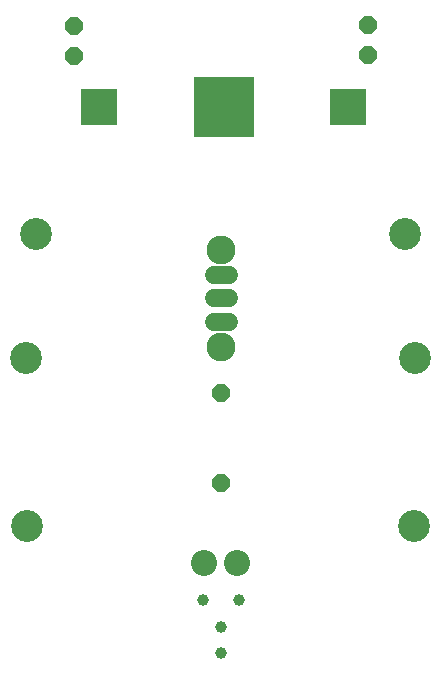
<source format=gts>
G75*
G70*
%OFA0B0*%
%FSLAX24Y24*%
%IPPOS*%
%LPD*%
%AMOC8*
5,1,8,0,0,1.08239X$1,22.5*
%
%ADD10C,0.0395*%
%ADD11OC8,0.0592*%
%ADD12R,0.1189X0.1189*%
%ADD13R,0.2049X0.2049*%
%ADD14C,0.0584*%
%ADD15C,0.0962*%
%ADD16C,0.0867*%
%ADD17C,0.1064*%
D10*
X006975Y005043D03*
X007575Y004143D03*
X008175Y005043D03*
X007575Y003293D03*
D11*
X007575Y008968D03*
X007575Y011968D03*
X002675Y023193D03*
X002675Y024193D03*
X012475Y024218D03*
X012475Y023218D03*
D12*
X011829Y021493D03*
X003521Y021493D03*
D13*
X007675Y021493D03*
D14*
X007852Y015906D02*
X007348Y015906D01*
X007348Y015118D02*
X007852Y015118D01*
X007852Y014331D02*
X007348Y014331D01*
D15*
X007600Y013504D03*
X007600Y016732D03*
D16*
X008125Y006293D03*
X007025Y006293D03*
D17*
X001125Y007518D03*
X001100Y013118D03*
X001425Y017268D03*
X013725Y017268D03*
X014050Y013118D03*
X014025Y007518D03*
M02*

</source>
